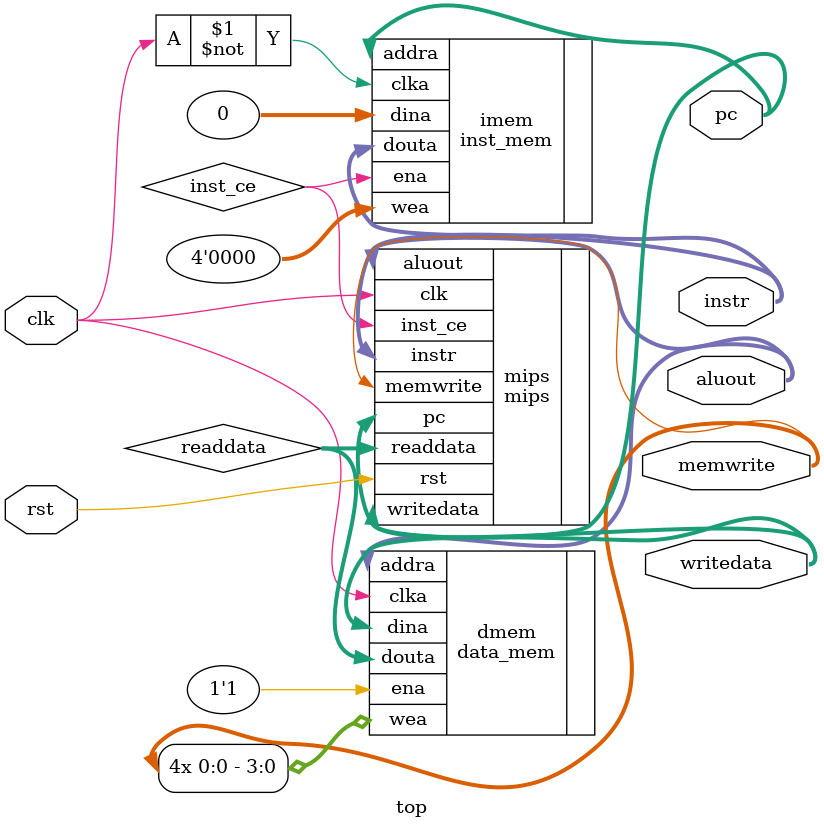
<source format=v>
`timescale 1ns / 1ps


module top(
	input wire clk,rst,
	output wire [31:0] pc,
	output wire [31:0] writedata,
	output wire [31:0] aluout,
	output wire [31:0] instr,
	output wire memwrite
    );
	wire[31:0] readdata;
	wire inst_ce;

	mips mips(.clk(clk),
	          .rst(rst),
	          .pc(pc),
	          .instr(instr),
	          .memwrite(memwrite),
	          .aluout(aluout),
	          .writedata(writedata),
	          .readdata(readdata),
	          .inst_ce(inst_ce));

	inst_mem imem(
  	.clka(~clk),  
  	.ena(inst_ce),      
  	.wea(4'b0000),      
  	.addra(pc),  
  	.dina(32'b0),    
  	.douta(instr) 
	);

	data_mem dmem(
    .clka(clk),    
  	.ena(1'b1),     
  	.wea({4{memwrite}}),     
  	.addra(aluout),
  	.dina(writedata),   
  	.douta(readdata)  
	);
endmodule

</source>
